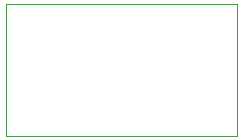
<source format=gbr>
%TF.GenerationSoftware,KiCad,Pcbnew,7.0.2*%
%TF.CreationDate,2023-09-29T19:18:40+02:00*%
%TF.ProjectId,crowbar,63726f77-6261-4722-9e6b-696361645f70,rev?*%
%TF.SameCoordinates,Original*%
%TF.FileFunction,Profile,NP*%
%FSLAX46Y46*%
G04 Gerber Fmt 4.6, Leading zero omitted, Abs format (unit mm)*
G04 Created by KiCad (PCBNEW 7.0.2) date 2023-09-29 19:18:40*
%MOMM*%
%LPD*%
G01*
G04 APERTURE LIST*
%TA.AperFunction,Profile*%
%ADD10C,0.100000*%
%TD*%
G04 APERTURE END LIST*
D10*
X113538000Y-77978000D02*
X93980000Y-77978000D01*
X113538000Y-66802000D02*
X113538000Y-77978000D01*
X93980000Y-66802000D02*
X113538000Y-66802000D01*
X93980000Y-77978000D02*
X93980000Y-66802000D01*
M02*

</source>
